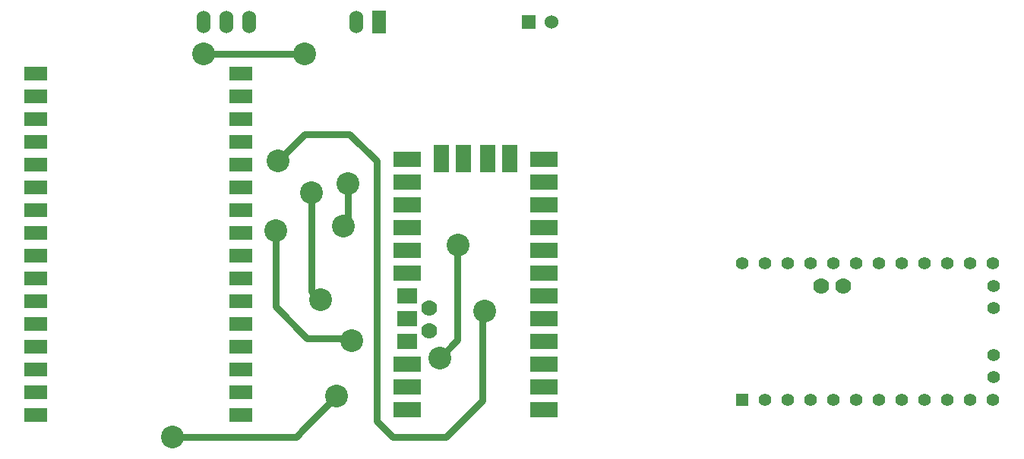
<source format=gbl>
G04 (created by PCBNEW (2013-07-07 BZR 4022)-stable) date 16/12/2014 09:46:14*
%MOIN*%
G04 Gerber Fmt 3.4, Leading zero omitted, Abs format*
%FSLAX34Y34*%
G01*
G70*
G90*
G04 APERTURE LIST*
%ADD10C,0.00590551*%
%ADD11R,0.12X0.067*%
%ADD12R,0.067X0.12*%
%ADD13R,0.09X0.067*%
%ADD14C,0.07*%
%ADD15O,0.06X0.1*%
%ADD16R,0.1X0.0590551*%
%ADD17R,0.06X0.1*%
%ADD18R,0.06X0.06*%
%ADD19C,0.06*%
%ADD20R,0.055X0.055*%
%ADD21C,0.055*%
%ADD22C,0.1*%
%ADD23C,0.03*%
G04 APERTURE END LIST*
G54D10*
G54D11*
X46897Y-38488D03*
X46897Y-37488D03*
X46897Y-36488D03*
X46897Y-35488D03*
X46897Y-34488D03*
X46897Y-33488D03*
X46897Y-32488D03*
X46897Y-31488D03*
X46897Y-30488D03*
X46897Y-29488D03*
X46897Y-28488D03*
X46897Y-27488D03*
G54D12*
X45405Y-27460D03*
X44421Y-27460D03*
X43374Y-27460D03*
X42389Y-27460D03*
G54D11*
X40897Y-27488D03*
X40897Y-28488D03*
X40897Y-29488D03*
X40897Y-30488D03*
X40897Y-31488D03*
X40897Y-32488D03*
G54D13*
X40897Y-33488D03*
X40897Y-34488D03*
X40897Y-35488D03*
G54D11*
X40897Y-36488D03*
X40897Y-37488D03*
X40897Y-38488D03*
G54D14*
X41877Y-35008D03*
X41877Y-34008D03*
G54D15*
X33972Y-21456D03*
X32972Y-21456D03*
X31972Y-21456D03*
G54D16*
X24606Y-23720D03*
X24606Y-24720D03*
X24606Y-25720D03*
X24606Y-26720D03*
X24606Y-27720D03*
X24606Y-28720D03*
X24606Y-29720D03*
X24606Y-30720D03*
X24606Y-31720D03*
X24606Y-32720D03*
X24606Y-33720D03*
X24606Y-34720D03*
X24606Y-35720D03*
X24606Y-36720D03*
X24606Y-37720D03*
X24606Y-38720D03*
X33606Y-38720D03*
X33606Y-37720D03*
X33606Y-36720D03*
X33606Y-35720D03*
X33606Y-34720D03*
X33606Y-33720D03*
X33606Y-32720D03*
X33606Y-31720D03*
X33606Y-30720D03*
X33606Y-29720D03*
X33606Y-28720D03*
X33606Y-27720D03*
X33606Y-26720D03*
X33606Y-25720D03*
X33606Y-24720D03*
X33606Y-23720D03*
G54D17*
X39673Y-21456D03*
G54D15*
X38673Y-21456D03*
G54D18*
X46251Y-21456D03*
G54D19*
X47251Y-21456D03*
G54D20*
X55600Y-38040D03*
G54D21*
X56600Y-38040D03*
X57600Y-38040D03*
X58600Y-38040D03*
X59600Y-38040D03*
X60600Y-38040D03*
X61600Y-38040D03*
X62600Y-38040D03*
X63600Y-38040D03*
X64600Y-38040D03*
X65600Y-38040D03*
X66600Y-38040D03*
X66627Y-37047D03*
X66627Y-36063D03*
X66627Y-34016D03*
X66627Y-33032D03*
X66600Y-32040D03*
X65600Y-32040D03*
X64600Y-32040D03*
X63600Y-32040D03*
X62600Y-32040D03*
X61600Y-32040D03*
X60600Y-32040D03*
X59600Y-32040D03*
X58600Y-32040D03*
X57600Y-32040D03*
X56600Y-32040D03*
X55600Y-32040D03*
G54D14*
X59068Y-33032D03*
X60052Y-33032D03*
G54D22*
X35137Y-30610D03*
X38484Y-35433D03*
X43140Y-31240D03*
X42320Y-36200D03*
X30610Y-39665D03*
X37795Y-37893D03*
X31972Y-22834D03*
X36417Y-22834D03*
X36712Y-28937D03*
X37106Y-33661D03*
X38287Y-28543D03*
X38090Y-30413D03*
X35236Y-27559D03*
X44291Y-34153D03*
G54D23*
X35137Y-33956D02*
X35137Y-30610D01*
X36515Y-35334D02*
X35137Y-33956D01*
X38385Y-35334D02*
X36515Y-35334D01*
X38484Y-35433D02*
X38385Y-35334D01*
X43100Y-31280D02*
X43140Y-31240D01*
X43100Y-35420D02*
X43100Y-31280D01*
X42320Y-36200D02*
X43100Y-35420D01*
X31988Y-39665D02*
X30610Y-39665D01*
X36023Y-39665D02*
X31988Y-39665D01*
X36417Y-39271D02*
X36023Y-39665D01*
X37795Y-37893D02*
X36417Y-39271D01*
X36417Y-22834D02*
X31972Y-22834D01*
X36712Y-33267D02*
X36712Y-28937D01*
X37106Y-33661D02*
X36712Y-33267D01*
X38287Y-30216D02*
X38287Y-28543D01*
X38090Y-30413D02*
X38287Y-30216D01*
X36417Y-26377D02*
X35236Y-27559D01*
X38385Y-26377D02*
X36417Y-26377D01*
X39566Y-27559D02*
X38385Y-26377D01*
X39566Y-38976D02*
X39566Y-27559D01*
X40255Y-39665D02*
X39566Y-38976D01*
X42618Y-39665D02*
X40255Y-39665D01*
X44192Y-38090D02*
X42618Y-39665D01*
X44192Y-34251D02*
X44192Y-38090D01*
X44291Y-34153D02*
X44192Y-34251D01*
M02*

</source>
